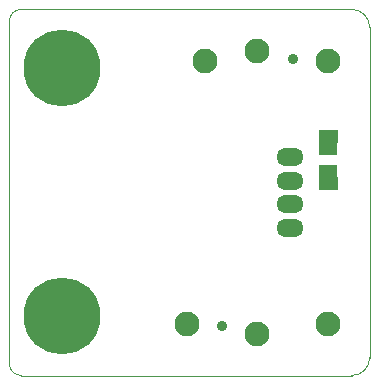
<source format=gbr>
G04 #@! TF.GenerationSoftware,KiCad,Pcbnew,5.1.10*
G04 #@! TF.CreationDate,2021-09-16T01:02:32+02:00*
G04 #@! TF.ProjectId,pressureSensorHolder,70726573-7375-4726-9553-656e736f7248,rev?*
G04 #@! TF.SameCoordinates,Original*
G04 #@! TF.FileFunction,Soldermask,Top*
G04 #@! TF.FilePolarity,Negative*
%FSLAX46Y46*%
G04 Gerber Fmt 4.6, Leading zero omitted, Abs format (unit mm)*
G04 Created by KiCad (PCBNEW 5.1.10) date 2021-09-16 01:02:32*
%MOMM*%
%LPD*%
G01*
G04 APERTURE LIST*
G04 #@! TA.AperFunction,Profile*
%ADD10C,0.050000*%
G04 #@! TD*
%ADD11O,2.302000X1.502000*%
%ADD12C,2.102000*%
%ADD13C,0.902000*%
%ADD14C,6.502000*%
%ADD15R,1.500000X1.500000*%
%ADD16C,0.100000*%
G04 APERTURE END LIST*
D10*
X128942200Y-99157400D02*
G75*
G02*
X127942200Y-98157400I0J1000000D01*
G01*
X127942200Y-69157400D02*
G75*
G02*
X128942200Y-68157400I1000000J0D01*
G01*
X158442200Y-97657400D02*
G75*
G02*
X156942200Y-99157400I-1500000J0D01*
G01*
X156942200Y-68157400D02*
G75*
G02*
X158442200Y-69657400I0J-1500000D01*
G01*
X158442200Y-97657400D02*
X158442200Y-69657400D01*
X128942200Y-99157400D02*
X156942200Y-99157400D01*
X127942200Y-69157400D02*
X127942200Y-98157400D01*
X156942200Y-68157400D02*
X128942200Y-68157400D01*
X128942200Y-99157400D02*
G75*
G02*
X127942200Y-98157400I0J1000000D01*
G01*
X127942200Y-69157400D02*
G75*
G02*
X128942200Y-68157400I1000000J0D01*
G01*
X158442200Y-97657400D02*
G75*
G02*
X156942200Y-99157400I-1500000J0D01*
G01*
X156942200Y-68157400D02*
G75*
G02*
X158442200Y-69657400I0J-1500000D01*
G01*
X158442200Y-97657400D02*
X158442200Y-69657400D01*
X128942200Y-99157400D02*
X156942200Y-99157400D01*
X127942200Y-69157400D02*
X127942200Y-98157400D01*
X156942200Y-68157400D02*
X128942200Y-68157400D01*
D11*
X151692200Y-80657400D03*
X151692200Y-82657400D03*
X151692200Y-84657400D03*
X151692200Y-86657400D03*
D12*
X154892200Y-72557400D03*
X144492200Y-72557400D03*
X142992200Y-94757400D03*
X154892200Y-94757400D03*
D13*
X151942200Y-72357400D03*
D12*
X148942200Y-71657400D03*
D13*
X145942200Y-94957400D03*
D12*
X148942200Y-95657400D03*
D13*
X134099256Y-92460344D03*
X132402200Y-91757400D03*
X130705144Y-92460344D03*
X130002200Y-94157400D03*
X130705144Y-95854456D03*
X132402200Y-96557400D03*
X134099256Y-95854456D03*
X134802200Y-94157400D03*
D14*
X132402200Y-94157400D03*
D13*
X134099256Y-71460344D03*
X132402200Y-70757400D03*
X130705144Y-71460344D03*
X130002200Y-73157400D03*
X130705144Y-74854456D03*
X132402200Y-75557400D03*
X134099256Y-74854456D03*
X134802200Y-73157400D03*
D14*
X132402200Y-73157400D03*
D15*
X154942200Y-79707400D03*
X154942200Y-82107400D03*
D16*
G36*
X154142180Y-82397450D02*
G01*
X154145082Y-82387883D01*
X154149795Y-82379066D01*
X154156138Y-82371338D01*
X154163910Y-82364965D01*
X154913910Y-81864965D01*
X154922732Y-81860262D01*
X154932303Y-81857370D01*
X154942253Y-81856400D01*
X154952202Y-81857390D01*
X154961766Y-81860303D01*
X154970490Y-81864965D01*
X155720490Y-82364965D01*
X155728225Y-82371300D01*
X155734575Y-82379022D01*
X155739297Y-82387834D01*
X155742210Y-82397398D01*
X155743200Y-82407400D01*
X155743200Y-83407400D01*
X155742220Y-83417350D01*
X155739318Y-83426917D01*
X155734605Y-83435734D01*
X155728262Y-83443462D01*
X155720534Y-83449805D01*
X155711717Y-83454518D01*
X155702150Y-83457420D01*
X155692200Y-83458400D01*
X154192200Y-83458400D01*
X154182250Y-83457420D01*
X154172683Y-83454518D01*
X154163866Y-83449805D01*
X154156138Y-83443462D01*
X154149795Y-83435734D01*
X154145082Y-83426917D01*
X154142180Y-83417350D01*
X154141200Y-83407400D01*
X154141200Y-82407400D01*
X154142180Y-82397450D01*
G37*
G36*
X155742220Y-79417350D02*
G01*
X155739318Y-79426917D01*
X155734605Y-79435734D01*
X155728262Y-79443462D01*
X155720490Y-79449835D01*
X154970490Y-79949835D01*
X154961668Y-79954538D01*
X154952097Y-79957430D01*
X154942147Y-79958400D01*
X154932198Y-79957410D01*
X154922634Y-79954497D01*
X154913910Y-79949835D01*
X154163910Y-79449835D01*
X154156175Y-79443500D01*
X154149825Y-79435778D01*
X154145103Y-79426966D01*
X154142190Y-79417402D01*
X154141200Y-79407400D01*
X154141200Y-78407400D01*
X154142180Y-78397450D01*
X154145082Y-78387883D01*
X154149795Y-78379066D01*
X154156138Y-78371338D01*
X154163866Y-78364995D01*
X154172683Y-78360282D01*
X154182250Y-78357380D01*
X154192200Y-78356400D01*
X155692200Y-78356400D01*
X155702150Y-78357380D01*
X155711717Y-78360282D01*
X155720534Y-78364995D01*
X155728262Y-78371338D01*
X155734605Y-78379066D01*
X155739318Y-78387883D01*
X155742220Y-78397450D01*
X155743200Y-78407400D01*
X155743200Y-79407400D01*
X155742220Y-79417350D01*
G37*
M02*

</source>
